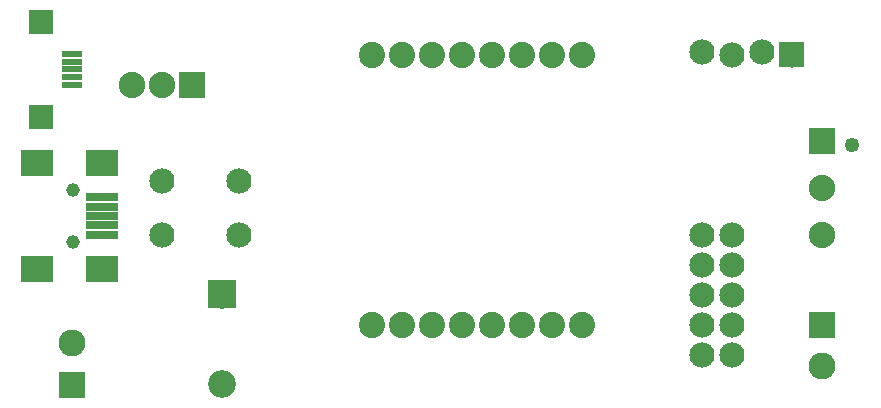
<source format=gts>
G04 MADE WITH FRITZING*
G04 WWW.FRITZING.ORG*
G04 DOUBLE SIDED*
G04 HOLES PLATED*
G04 CONTOUR ON CENTER OF CONTOUR VECTOR*
%ASAXBY*%
%FSLAX23Y23*%
%MOIN*%
%OFA0B0*%
%SFA1.0B1.0*%
%ADD10C,0.087778*%
%ADD11C,0.090000*%
%ADD12C,0.088000*%
%ADD13C,0.092000*%
%ADD14C,0.045433*%
%ADD15C,0.084000*%
%ADD16C,0.049370*%
%ADD17R,0.090000X0.090000*%
%ADD18R,0.088000X0.088000*%
%ADD19R,0.092000X0.092000*%
%ADD20R,0.108425X0.029685*%
%ADD21R,0.108425X0.088740*%
%ADD22R,0.065118X0.023779*%
%ADD23R,0.084803X0.080866*%
%ADD24R,0.001000X0.001000*%
%LNMASK1*%
G90*
G70*
G54D10*
X1886Y1339D03*
X1786Y1339D03*
X1686Y1339D03*
X1586Y1339D03*
X1486Y1339D03*
X1386Y1339D03*
X1286Y1339D03*
X1186Y1339D03*
X1186Y439D03*
X1286Y439D03*
X1386Y439D03*
X1486Y439D03*
X1586Y439D03*
X1686Y439D03*
X1786Y439D03*
X1886Y439D03*
G54D11*
X186Y239D03*
X186Y377D03*
X2686Y439D03*
X2686Y301D03*
G54D12*
X2686Y1051D03*
X2686Y895D03*
X2686Y739D03*
G54D13*
X686Y539D03*
X686Y241D03*
G54D14*
X188Y888D03*
X188Y715D03*
X188Y888D03*
X188Y715D03*
G54D15*
X2286Y739D03*
X2386Y739D03*
X2286Y639D03*
X2386Y639D03*
X2286Y539D03*
X2386Y539D03*
X2286Y439D03*
X2386Y439D03*
X2286Y339D03*
X2386Y339D03*
X2286Y739D03*
X2386Y739D03*
X2286Y639D03*
X2386Y639D03*
X2286Y539D03*
X2386Y539D03*
X2286Y439D03*
X2386Y439D03*
X2286Y339D03*
X2386Y339D03*
X2586Y1339D03*
X2486Y1349D03*
X2386Y1339D03*
X2286Y1349D03*
X2586Y1339D03*
X2486Y1349D03*
X2386Y1339D03*
X2286Y1349D03*
G54D12*
X586Y1239D03*
X486Y1239D03*
X386Y1239D03*
G54D15*
X486Y917D03*
X742Y917D03*
X486Y739D03*
X742Y739D03*
X486Y917D03*
X742Y917D03*
X486Y739D03*
X742Y739D03*
G54D16*
X2787Y1039D03*
G54D17*
X186Y239D03*
X2686Y439D03*
G54D18*
X2686Y1051D03*
G54D19*
X686Y540D03*
G54D20*
X286Y802D03*
X286Y833D03*
X286Y739D03*
X286Y770D03*
G54D21*
X70Y625D03*
X70Y979D03*
X286Y625D03*
X286Y979D03*
G54D20*
X286Y865D03*
G54D22*
X186Y1341D03*
X186Y1239D03*
X186Y1316D03*
X186Y1290D03*
X186Y1264D03*
G54D23*
X82Y1448D03*
X82Y1133D03*
G54D18*
X586Y1239D03*
G54D24*
X2544Y1381D02*
X2627Y1381D01*
X2544Y1380D02*
X2627Y1380D01*
X2544Y1379D02*
X2627Y1379D01*
X2544Y1378D02*
X2627Y1378D01*
X2544Y1377D02*
X2627Y1377D01*
X2544Y1376D02*
X2627Y1376D01*
X2544Y1375D02*
X2627Y1375D01*
X2544Y1374D02*
X2627Y1374D01*
X2544Y1373D02*
X2627Y1373D01*
X2544Y1372D02*
X2627Y1372D01*
X2544Y1371D02*
X2627Y1371D01*
X2544Y1370D02*
X2627Y1370D01*
X2544Y1369D02*
X2627Y1369D01*
X2544Y1368D02*
X2627Y1368D01*
X2544Y1367D02*
X2627Y1367D01*
X2544Y1366D02*
X2627Y1366D01*
X2544Y1365D02*
X2627Y1365D01*
X2544Y1364D02*
X2627Y1364D01*
X2544Y1363D02*
X2627Y1363D01*
X2544Y1362D02*
X2627Y1362D01*
X2544Y1361D02*
X2627Y1361D01*
X2544Y1360D02*
X2627Y1360D01*
X2544Y1359D02*
X2627Y1359D01*
X2544Y1358D02*
X2627Y1358D01*
X2544Y1357D02*
X2627Y1357D01*
X2544Y1356D02*
X2627Y1356D01*
X2544Y1355D02*
X2627Y1355D01*
X2544Y1354D02*
X2581Y1354D01*
X2591Y1354D02*
X2627Y1354D01*
X2544Y1353D02*
X2579Y1353D01*
X2593Y1353D02*
X2627Y1353D01*
X2544Y1352D02*
X2577Y1352D01*
X2595Y1352D02*
X2627Y1352D01*
X2544Y1351D02*
X2576Y1351D01*
X2596Y1351D02*
X2627Y1351D01*
X2544Y1350D02*
X2575Y1350D01*
X2597Y1350D02*
X2627Y1350D01*
X2544Y1349D02*
X2574Y1349D01*
X2598Y1349D02*
X2627Y1349D01*
X2544Y1348D02*
X2573Y1348D01*
X2599Y1348D02*
X2627Y1348D01*
X2544Y1347D02*
X2572Y1347D01*
X2600Y1347D02*
X2627Y1347D01*
X2544Y1346D02*
X2572Y1346D01*
X2600Y1346D02*
X2627Y1346D01*
X2544Y1345D02*
X2571Y1345D01*
X2601Y1345D02*
X2627Y1345D01*
X2544Y1344D02*
X2571Y1344D01*
X2601Y1344D02*
X2627Y1344D01*
X2544Y1343D02*
X2571Y1343D01*
X2601Y1343D02*
X2627Y1343D01*
X2544Y1342D02*
X2571Y1342D01*
X2601Y1342D02*
X2627Y1342D01*
X2544Y1341D02*
X2571Y1341D01*
X2601Y1341D02*
X2627Y1341D01*
X2544Y1340D02*
X2571Y1340D01*
X2601Y1340D02*
X2627Y1340D01*
X2544Y1339D02*
X2571Y1339D01*
X2601Y1339D02*
X2627Y1339D01*
X2544Y1338D02*
X2571Y1338D01*
X2601Y1338D02*
X2627Y1338D01*
X2544Y1337D02*
X2571Y1337D01*
X2601Y1337D02*
X2627Y1337D01*
X2544Y1336D02*
X2571Y1336D01*
X2601Y1336D02*
X2627Y1336D01*
X2544Y1335D02*
X2571Y1335D01*
X2601Y1335D02*
X2627Y1335D01*
X2544Y1334D02*
X2572Y1334D01*
X2600Y1334D02*
X2627Y1334D01*
X2544Y1333D02*
X2572Y1333D01*
X2600Y1333D02*
X2627Y1333D01*
X2544Y1332D02*
X2573Y1332D01*
X2599Y1332D02*
X2627Y1332D01*
X2544Y1331D02*
X2573Y1331D01*
X2599Y1331D02*
X2627Y1331D01*
X2544Y1330D02*
X2574Y1330D01*
X2598Y1330D02*
X2627Y1330D01*
X2544Y1329D02*
X2575Y1329D01*
X2597Y1329D02*
X2627Y1329D01*
X2544Y1328D02*
X2576Y1328D01*
X2596Y1328D02*
X2627Y1328D01*
X2544Y1327D02*
X2577Y1327D01*
X2594Y1327D02*
X2627Y1327D01*
X2544Y1326D02*
X2579Y1326D01*
X2593Y1326D02*
X2627Y1326D01*
X2544Y1325D02*
X2582Y1325D01*
X2590Y1325D02*
X2627Y1325D01*
X2544Y1324D02*
X2627Y1324D01*
X2544Y1323D02*
X2627Y1323D01*
X2544Y1322D02*
X2627Y1322D01*
X2544Y1321D02*
X2627Y1321D01*
X2544Y1320D02*
X2627Y1320D01*
X2544Y1319D02*
X2627Y1319D01*
X2544Y1318D02*
X2627Y1318D01*
X2544Y1317D02*
X2627Y1317D01*
X2544Y1316D02*
X2627Y1316D01*
X2544Y1315D02*
X2627Y1315D01*
X2544Y1314D02*
X2627Y1314D01*
X2544Y1313D02*
X2627Y1313D01*
X2544Y1312D02*
X2627Y1312D01*
X2544Y1311D02*
X2627Y1311D01*
X2544Y1310D02*
X2627Y1310D01*
X2544Y1309D02*
X2627Y1309D01*
X2544Y1308D02*
X2627Y1308D01*
X2544Y1307D02*
X2627Y1307D01*
X2544Y1306D02*
X2627Y1306D01*
X2544Y1305D02*
X2627Y1305D01*
X2544Y1304D02*
X2627Y1304D01*
X2544Y1303D02*
X2627Y1303D01*
X2544Y1302D02*
X2627Y1302D01*
X2544Y1301D02*
X2627Y1301D01*
X2544Y1300D02*
X2627Y1300D01*
X2544Y1299D02*
X2627Y1299D01*
X2545Y1298D02*
X2627Y1298D01*
D02*
G04 End of Mask1*
M02*
</source>
